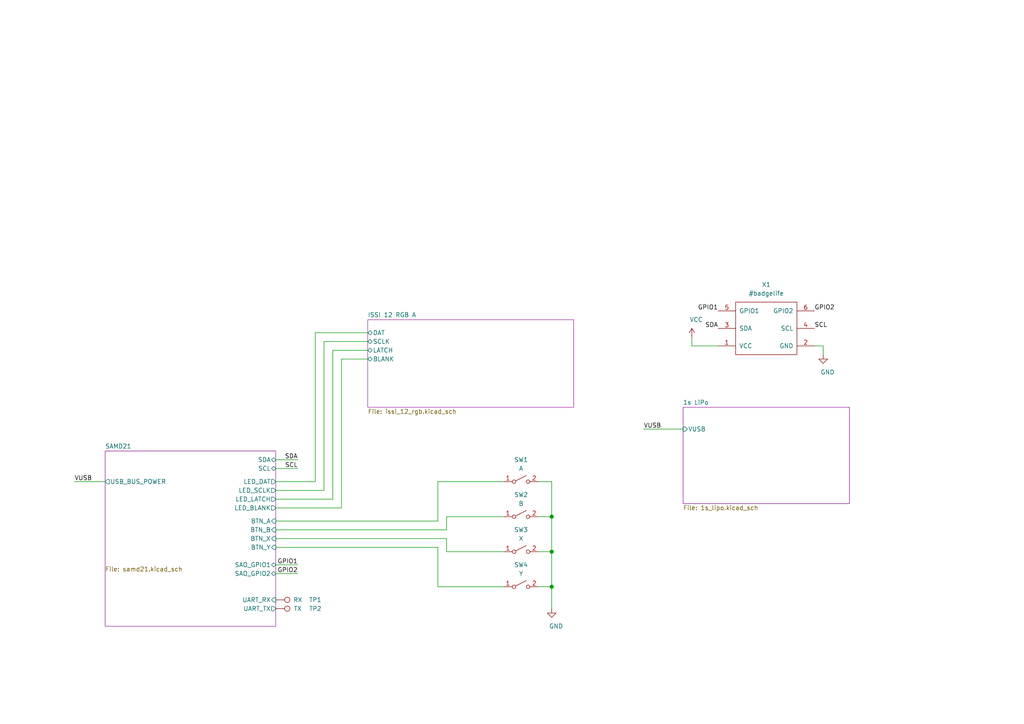
<source format=kicad_sch>
(kicad_sch (version 20200828) (generator eeschema)
  (page 1 20)
  (paper "A4")
  (title_block (title "KiCon 2020 Virtual Edition Badge by Thomas Flummer") (rev "1.0"))
  (lib_symbols
    (symbol "Connector:TestPoint" (pin_numbers hide) (pin_names (offset 0.762) hide)
      (property "Reference" "TP" (at 0 6.858 0))
      (property "Value" "TestPoint" (at 0 5.08 0))
      (symbol "TestPoint_0_1"
        (circle (center 0 3.302) (radius 0.762))
      )
      (symbol "TestPoint_1_1"
        (pin passive line (at 0 0 90) (length 2.54) (name "1") (number "1"))
      )
    )
    (symbol "Switch:SW_SPST" (pin_names (offset 0) hide)
      (property "Reference" "SW" (at 0 3.175 0))
      (property "Value" "SW_SPST" (at 0 -2.54 0))
      (symbol "SW_SPST_0_0"
        (circle (center -2.032 0) (radius 0.508))
        (circle (center 2.032 0) (radius 0.508))
        (polyline (pts (xy -1.524 0.254) (xy 1.524 1.778)))
      )
      (symbol "SW_SPST_1_1"
        (pin passive line (at -5.08 0 0) (length 2.54) (name "A") (number "1"))
        (pin passive line (at 5.08 0 180) (length 2.54) (name "B") (number "2"))
      )
    )
    (symbol "badgelife_shitty_addon_v169bis:Badgelife_sao_connector_v169bis" (pin_names (offset 1.016))
      (property "Reference" "X" (at 0 0 0))
      (property "Value" "Badgelife_sao_connector_v169bis" (at 0 20.32 0))
      (symbol "Badgelife_sao_connector_v169bis_0_1"
        (rectangle (start -7.62 8.89) (end 7.62 -8.89))
      )
      (symbol "Badgelife_sao_connector_v169bis_1_1"
        (pin input line (at -5.08 13.97 270) (length 5.08) (name "VCC") (number "1"))
        (pin input line (at -5.08 -13.97 90) (length 5.08) (name "GND") (number "2"))
        (pin input line (at 0 13.97 270) (length 5.08) (name "SDA") (number "3"))
        (pin input line (at 0 -13.97 90) (length 5.08) (name "SCL") (number "4"))
        (pin input line (at 5.08 13.97 270) (length 5.08) (name "GPIO1") (number "5"))
        (pin input line (at 5.08 -13.97 90) (length 5.08) (name "GPIO2") (number "6"))
      )
    )
    (symbol "power:GND" (power) (pin_names (offset 0))
      (property "Value" "GND" (at 0 -3.81 0))
      (symbol "GND_0_1"
        (polyline (pts (xy 0 0) (xy 0 -1.27) (xy 1.27 -1.27) (xy 0 -2.54) (xy -1.27 -1.27) (xy 0 -1.27)))
      )
      (symbol "GND_1_1"
        (pin power_in line (at 0 0 270) (length 0) hide (name "GND") (number "1"))
      )
    )
    (symbol "power:VCC" (power) (pin_names (offset 0))
      (property "Value" "VCC" (at 0 3.81 0))
      (symbol "VCC_0_1"
        (polyline (pts (xy -0.762 1.27) (xy 0 2.54)))
        (polyline (pts (xy 0 0) (xy 0 2.54)))
        (polyline (pts (xy 0 2.54) (xy 0.762 1.27)))
      )
      (symbol "VCC_1_1"
        (pin power_in line (at 0 0 90) (length 0) hide (name "VCC") (number "1"))
      )
    )
  )
  (junction (at 160.02 149.86) (diameter 1.016))
  (junction (at 160.02 160.02) (diameter 1.016))
  (junction (at 160.02 170.18) (diameter 1.016))
  (wire (pts (xy 21.59 139.7) (xy 30.48 139.7)))
  (wire (pts (xy 80.01 133.35) (xy 86.36 133.35)))
  (wire (pts (xy 80.01 135.89) (xy 86.36 135.89)))
  (wire (pts (xy 80.01 139.7) (xy 91.44 139.7)))
  (wire (pts (xy 80.01 142.24) (xy 93.98 142.24)))
  (wire (pts (xy 80.01 144.78) (xy 96.52 144.78)))
  (wire (pts (xy 80.01 151.13) (xy 127 151.13)))
  (wire (pts (xy 80.01 153.67) (xy 129.54 153.67)))
  (wire (pts (xy 80.01 156.21) (xy 129.54 156.21)))
  (wire (pts (xy 80.01 158.75) (xy 127 158.75)))
  (wire (pts (xy 80.01 163.83) (xy 86.36 163.83)))
  (wire (pts (xy 80.01 166.37) (xy 86.36 166.37)))
  (wire (pts (xy 91.44 96.52) (xy 106.68 96.52)))
  (wire (pts (xy 91.44 139.7) (xy 91.44 96.52)))
  (wire (pts (xy 93.98 99.06) (xy 106.68 99.06)))
  (wire (pts (xy 93.98 142.24) (xy 93.98 99.06)))
  (wire (pts (xy 96.52 101.6) (xy 106.68 101.6)))
  (wire (pts (xy 96.52 144.78) (xy 96.52 101.6)))
  (wire (pts (xy 99.06 104.14) (xy 99.06 147.32)))
  (wire (pts (xy 99.06 147.32) (xy 80.01 147.32)))
  (wire (pts (xy 106.68 104.14) (xy 99.06 104.14)))
  (wire (pts (xy 127 139.7) (xy 146.05 139.7)))
  (wire (pts (xy 127 151.13) (xy 127 139.7)))
  (wire (pts (xy 127 158.75) (xy 127 170.18)))
  (wire (pts (xy 127 170.18) (xy 146.05 170.18)))
  (wire (pts (xy 129.54 149.86) (xy 129.54 153.67)))
  (wire (pts (xy 129.54 149.86) (xy 146.05 149.86)))
  (wire (pts (xy 129.54 160.02) (xy 129.54 156.21)))
  (wire (pts (xy 129.54 160.02) (xy 146.05 160.02)))
  (wire (pts (xy 156.21 139.7) (xy 160.02 139.7)))
  (wire (pts (xy 156.21 149.86) (xy 160.02 149.86)))
  (wire (pts (xy 156.21 160.02) (xy 160.02 160.02)))
  (wire (pts (xy 156.21 170.18) (xy 160.02 170.18)))
  (wire (pts (xy 160.02 139.7) (xy 160.02 149.86)))
  (wire (pts (xy 160.02 149.86) (xy 160.02 160.02)))
  (wire (pts (xy 160.02 160.02) (xy 160.02 170.18)))
  (wire (pts (xy 160.02 170.18) (xy 160.02 176.53)))
  (wire (pts (xy 186.69 124.46) (xy 198.12 124.46)))
  (wire (pts (xy 200.66 97.79) (xy 200.66 100.33)))
  (wire (pts (xy 200.66 100.33) (xy 208.28 100.33)))
  (wire (pts (xy 236.22 100.33) (xy 238.76 100.33)))
  (wire (pts (xy 238.76 100.33) (xy 238.76 102.87)))
  (label "VUSB" (at 21.59 139.7 0))
  (label "SDA" (at 86.36 133.35 180))
  (label "SCL" (at 86.36 135.89 180))
  (label "GPIO1" (at 86.36 163.83 180))
  (label "GPIO2" (at 86.36 166.37 180))
  (label "VUSB" (at 186.69 124.46 0))
  (label "GPIO1" (at 208.28 90.17 180))
  (label "SDA" (at 208.28 95.25 180))
  (label "GPIO2" (at 236.22 90.17 0))
  (label "SCL" (at 236.22 95.25 0))
  (symbol (lib_id "Connector:TestPoint") (at 80.01 173.99 270) (unit 1)
    (property "Reference" "TP1" (at 91.44 173.99 90))
    (property "Value" "RX" (at 86.36 173.99 90))
    (property "Footprint" "Connectors:TestPoint_Large" (effects hide))
  )
  (symbol (lib_id "Connector:TestPoint") (at 80.01 176.53 270) (unit 1)
    (property "Reference" "TP2" (at 91.44 176.53 90))
    (property "Value" "TX" (at 86.36 176.53 90))
    (property "Footprint" "Connectors:TestPoint_Large" (effects hide))
  )
  (symbol (lib_id "power:VCC") (at 200.66 97.79 0) (unit 1)
    (property "Reference" "#PWR02" (effects hide))
    (property "Value" "VCC" (at 201.93 92.71 0))
  )
  (symbol (lib_id "power:GND") (at 160.02 176.53 0) (unit 1)
    (property "Reference" "#PWR04" (effects hide))
    (property "Value" "GND" (at 161.29 181.61 0))
  )
  (symbol (lib_id "power:GND") (at 238.76 102.87 0) (unit 1)
    (property "Reference" "#PWR03" (effects hide))
    (property "Value" "GND" (at 240.03 107.95 0))
  )
  (symbol (lib_id "Switch:SW_SPST") (at 151.13 139.7 0) (unit 1)
    (property "Reference" "SW1" (at 151.13 133.35 0))
    (property "Value" "A" (at 151.13 135.89 0))
    (property "Footprint" "Buttons:SW_SPST_TS3625A-HT" (effects hide))
    (property "Mfg" "C&K" (effects hide))
    (property "PN" "PTS810SJK250SMTRLFS" (effects hide))
  )
  (symbol (lib_id "Switch:SW_SPST") (at 151.13 149.86 0) (unit 1)
    (property "Reference" "SW2" (at 151.13 143.51 0))
    (property "Value" "B" (at 151.13 146.05 0))
    (property "Footprint" "Buttons:SW_SPST_TS3625A-HT" (effects hide))
    (property "Mfg" "C&K" (effects hide))
    (property "PN" "PTS810SJK250SMTRLFS" (effects hide))
  )
  (symbol (lib_id "Switch:SW_SPST") (at 151.13 160.02 0) (unit 1)
    (property "Reference" "SW3" (at 151.13 153.67 0))
    (property "Value" "X" (at 151.13 156.21 0))
    (property "Footprint" "Buttons:SW_SPST_TS3625A-HT" (effects hide))
    (property "Mfg" "C&K" (effects hide))
    (property "PN" "PTS810SJK250SMTRLFS" (effects hide))
  )
  (symbol (lib_id "Switch:SW_SPST") (at 151.13 170.18 0) (unit 1)
    (property "Reference" "SW4" (at 151.13 163.83 0))
    (property "Value" "Y" (at 151.13 166.37 0))
    (property "Footprint" "Buttons:SW_SPST_TS3625A-HT" (effects hide))
    (property "Mfg" "C&K" (effects hide))
    (property "PN" "PTS810SJK250SMTRLFS" (effects hide))
  )
  (symbol (lib_id "badgelife_shitty_addon_v169bis:Badgelife_sao_connector_v169bis") (at 222.25 95.25 90) (unit 1)
    (property "Reference" "X1" (at 222.25 82.55 90))
    (property "Value" "#badgelife" (at 222.25 85.09 90))
    (property "Footprint" "badgelife_sao_v169bis:Badgelife-SAOv169-BADGE-2x3" (effects hide))
  )
  (sheet (at 198.12 118.11) (size 48.26 27.94) (stroke (width 0.001) (color 132 0 132 1)) (fill (color 255 255 255 0.0000))
    (property "Sheet name" "1s LiPo" (at 198.12 117.4741 0) (effects (justify left bottom)))
    (property "Sheet file" "1s_lipo.kicad_sch" (at 198.12 146.5589 0) (effects (justify left top)))
    (pin "VUSB" input (at 198.12 124.46 180))
  )
  (sheet (at 106.68 92.71) (size 59.69 25.4) (stroke (width 0.001) (color 132 0 132 1)) (fill (color 255 255 255 0.0000))
    (property "Sheet name" "ISSI 12 RGB A" (at 106.68 92.0741 0) (effects (justify left bottom)))
    (property "Sheet file" "issi_12_rgb.kicad_sch" (at 106.68 118.6189 0) (effects (justify left top)))
    (pin "DAT" bidirectional (at 106.68 96.52 180))
    (pin "SCLK" bidirectional (at 106.68 99.06 180))
    (pin "LATCH" bidirectional (at 106.68 101.6 180))
    (pin "BLANK" bidirectional (at 106.68 104.14 180))
  )
  (sheet (at 30.48 130.81) (size 49.53 50.8) (stroke (width 0.001) (color 132 0 132 1)) (fill (color 255 255 255 0.0000))
    (property "Sheet name" "SAMD21" (at 30.48 130.1741 0) (effects (justify left bottom)))
    (property "Sheet file" "samd21.kicad_sch" (at 30.48 164.3389 0) (effects (justify left top)))
    (pin "BTN_A" input (at 80.01 151.13 0))
    (pin "BTN_B" input (at 80.01 153.67 0))
    (pin "BTN_X" input (at 80.01 156.21 0))
    (pin "BTN_Y" input (at 80.01 158.75 0))
    (pin "USB_BUS_POWER" output (at 30.48 139.7 180))
    (pin "SAO_GPIO2" bidirectional (at 80.01 166.37 0))
    (pin "SDA" bidirectional (at 80.01 133.35 0))
    (pin "SCL" bidirectional (at 80.01 135.89 0))
    (pin "SAO_GPIO1" bidirectional (at 80.01 163.83 0))
    (pin "UART_RX" input (at 80.01 173.99 0))
    (pin "UART_TX" output (at 80.01 176.53 0))
    (pin "LED_BLANK" output (at 80.01 147.32 0))
    (pin "LED_LATCH" output (at 80.01 144.78 0))
    (pin "LED_SCLK" output (at 80.01 142.24 0))
    (pin "LED_DAT" output (at 80.01 139.7 0))
  )
)
</source>
